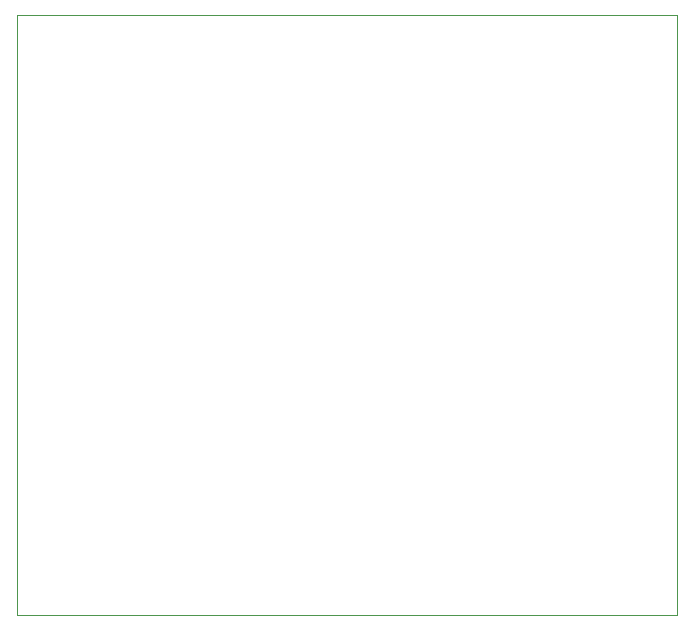
<source format=gbr>
%TF.GenerationSoftware,KiCad,Pcbnew,6.0.11-2627ca5db0~126~ubuntu22.04.1*%
%TF.CreationDate,2023-09-07T22:45:24+02:00*%
%TF.ProjectId,pcb,7063622e-6b69-4636-9164-5f7063625858,rev?*%
%TF.SameCoordinates,Original*%
%TF.FileFunction,Profile,NP*%
%FSLAX46Y46*%
G04 Gerber Fmt 4.6, Leading zero omitted, Abs format (unit mm)*
G04 Created by KiCad (PCBNEW 6.0.11-2627ca5db0~126~ubuntu22.04.1) date 2023-09-07 22:45:24*
%MOMM*%
%LPD*%
G01*
G04 APERTURE LIST*
%TA.AperFunction,Profile*%
%ADD10C,0.100000*%
%TD*%
G04 APERTURE END LIST*
D10*
X50800000Y-88900000D02*
X106680000Y-88900000D01*
X106680000Y-88900000D02*
X106680000Y-139700000D01*
X106680000Y-139700000D02*
X50800000Y-139700000D01*
X50800000Y-139700000D02*
X50800000Y-88900000D01*
M02*

</source>
